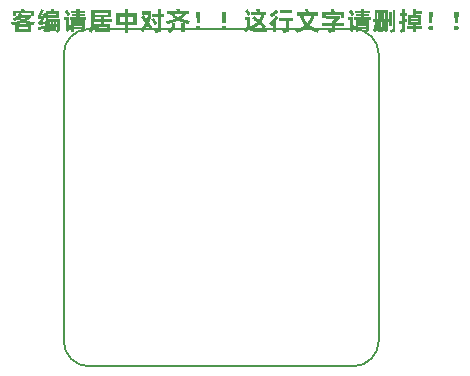
<source format=gm1>
G04*
G04 #@! TF.GenerationSoftware,Altium Limited,Altium Designer,22.5.1 (42)*
G04*
G04 Layer_Color=16711935*
%FSLAX25Y25*%
%MOIN*%
G70*
G04*
G04 #@! TF.SameCoordinates,AC3B2383-AE7F-4156-BF80-1B445AE1BA2C*
G04*
G04*
G04 #@! TF.FilePolarity,Positive*
G04*
G01*
G75*
%ADD20C,0.00500*%
G36*
X84479Y122688D02*
X80558D01*
Y123744D01*
X84479D01*
Y122688D01*
D02*
G37*
G36*
X5265Y123410D02*
X7032D01*
Y121099D01*
X3365D01*
Y121077D01*
Y121022D01*
Y120944D01*
X3354Y120855D01*
Y120833D01*
Y120788D01*
Y120711D01*
Y120622D01*
X7165D01*
Y117211D01*
Y117200D01*
Y117167D01*
Y117122D01*
Y117055D01*
X7143Y116911D01*
X7121Y116767D01*
Y116755D01*
X7109Y116733D01*
X7098Y116667D01*
X7065Y116578D01*
X7010Y116500D01*
X6998Y116489D01*
X6954Y116444D01*
X6898Y116400D01*
X6821Y116356D01*
X6798Y116344D01*
X6743Y116333D01*
X6665Y116311D01*
X6554Y116300D01*
X6210Y116255D01*
X5987Y117022D01*
Y116800D01*
X5210D01*
Y118089D01*
X4921D01*
Y116800D01*
X4154D01*
Y118089D01*
X3854D01*
Y116278D01*
X3043D01*
Y118100D01*
X3021Y118033D01*
X2999Y117944D01*
X2966Y117822D01*
X2921Y117678D01*
X2866Y117522D01*
X2754Y117189D01*
X2743Y117167D01*
X2732Y117122D01*
X2699Y117033D01*
X2654Y116933D01*
X2599Y116822D01*
X2543Y116689D01*
X2399Y116433D01*
X1610Y116955D01*
Y116967D01*
X1621Y116978D01*
X1654Y117033D01*
X1699Y117111D01*
X1754Y117189D01*
Y117200D01*
X1766Y117211D01*
X1799Y117266D01*
X1832Y117344D01*
X1877Y117433D01*
X1866D01*
X1843Y117422D01*
X1799Y117411D01*
X1743Y117400D01*
X1666Y117389D01*
X1577Y117367D01*
X1488Y117344D01*
X1377Y117322D01*
X1366D01*
X1321Y117311D01*
X1266Y117300D01*
X1188Y117289D01*
X1099Y117266D01*
X999Y117244D01*
X788Y117200D01*
X777D01*
X744Y117189D01*
X688Y117178D01*
X621Y117167D01*
X455Y117133D01*
X277Y117089D01*
X266D01*
X243Y117078D01*
X199Y117067D01*
X155Y117055D01*
X66Y117033D01*
X21D01*
X-12Y117022D01*
X-156Y118044D01*
X-145D01*
X-112Y118055D01*
X-45Y118067D01*
X-1D01*
X55Y118078D01*
X66D01*
X88Y118089D01*
X121D01*
X166Y118100D01*
X288Y118122D01*
X444Y118155D01*
X455D01*
X488Y118166D01*
X532Y118178D01*
X588Y118189D01*
X655Y118200D01*
X732Y118222D01*
X910Y118255D01*
X921D01*
X955Y118266D01*
X999Y118278D01*
X1066Y118289D01*
X1221Y118322D01*
X1388Y118355D01*
X1399D01*
X1432Y118366D01*
X1466Y118377D01*
X1521Y118389D01*
X1654Y118422D01*
X1788Y118444D01*
X1799D01*
X1821Y118455D01*
X1888Y118466D01*
X1966Y118489D01*
X1999Y118500D01*
X2021D01*
X2066Y117911D01*
Y117922D01*
X2077Y117944D01*
X2088Y117978D01*
X2110Y118033D01*
X2121Y118089D01*
X2143Y118166D01*
X2177Y118255D01*
X2199Y118355D01*
X2254Y118578D01*
X2310Y118844D01*
X2354Y119133D01*
X2399Y119444D01*
Y119455D01*
Y119489D01*
X2410Y119533D01*
Y119600D01*
X2421Y119677D01*
X2432Y119777D01*
Y119900D01*
X2443Y120033D01*
X2454Y120177D01*
X2465Y120333D01*
Y120500D01*
X2477Y120677D01*
X2488Y121077D01*
Y121511D01*
Y121911D01*
X2465Y121877D01*
X2443Y121822D01*
X2410Y121744D01*
X2365Y121655D01*
X2321Y121555D01*
X2210Y121333D01*
X2199Y121322D01*
X2188Y121277D01*
X2154Y121222D01*
X2121Y121144D01*
X2066Y121055D01*
X2021Y120955D01*
X1899Y120733D01*
X1888Y120722D01*
X1877Y120677D01*
X1843Y120622D01*
X1799Y120555D01*
X1754Y120466D01*
X1699Y120377D01*
X1588Y120177D01*
X1577Y120166D01*
X1566Y120133D01*
X1532Y120089D01*
X1499Y120033D01*
X1399Y119888D01*
X1299Y119744D01*
X1310D01*
X1332Y119755D01*
X1377Y119766D01*
X1432Y119777D01*
X1499Y119789D01*
X1577Y119811D01*
X1743Y119844D01*
X1754D01*
X1788Y119855D01*
X1832Y119866D01*
X1899Y119888D01*
X2043Y119922D01*
X2188Y119955D01*
X2199Y118955D01*
X699Y118700D01*
X677D01*
X632Y118689D01*
X555Y118666D01*
X477Y118644D01*
X455D01*
X410Y118633D01*
X344Y118622D01*
X266Y118600D01*
X32Y119655D01*
X43D01*
X55Y119666D01*
X121Y119688D01*
X199Y119733D01*
X266Y119777D01*
X277Y119789D01*
X310Y119822D01*
X355Y119866D01*
X388Y119922D01*
X399Y119933D01*
X421Y119989D01*
X444Y120022D01*
X477Y120077D01*
X510Y120144D01*
X555Y120222D01*
X566Y120233D01*
X577Y120266D01*
X610Y120322D01*
X655Y120388D01*
X699Y120466D01*
X755Y120566D01*
X810Y120677D01*
X877Y120800D01*
X855D01*
X799Y120788D01*
X710D01*
X621Y120777D01*
X599D01*
X544Y120766D01*
X477D01*
X399Y120755D01*
X377D01*
X321Y120744D01*
X255Y120733D01*
X177Y120722D01*
X166D01*
X121Y120711D01*
X55Y120700D01*
X-12Y120688D01*
X-223Y121688D01*
X-212Y121699D01*
X-179Y121722D01*
X-134Y121766D01*
X-90Y121810D01*
X-79Y121822D01*
X-45Y121866D01*
X-1Y121911D01*
X43Y121977D01*
X55Y121999D01*
X88Y122055D01*
X143Y122155D01*
X177Y122222D01*
X221Y122299D01*
X232Y122310D01*
X243Y122344D01*
X266Y122388D01*
X299Y122444D01*
X332Y122522D01*
X377Y122610D01*
X477Y122810D01*
X488Y122821D01*
X499Y122866D01*
X521Y122922D01*
X566Y122999D01*
X599Y123088D01*
X643Y123188D01*
X744Y123410D01*
X755Y123422D01*
X766Y123466D01*
X788Y123521D01*
X821Y123599D01*
X855Y123699D01*
X899Y123799D01*
X977Y124010D01*
X1877Y123677D01*
Y123666D01*
X1854Y123633D01*
X1832Y123566D01*
X1799Y123488D01*
X1766Y123399D01*
X1721Y123288D01*
X1610Y123055D01*
X1599Y123044D01*
X1588Y122999D01*
X1555Y122933D01*
X1510Y122855D01*
X1466Y122766D01*
X1410Y122666D01*
X1299Y122444D01*
X1288Y122433D01*
X1277Y122399D01*
X1243Y122344D01*
X1210Y122277D01*
X1121Y122122D01*
X1021Y121955D01*
Y121944D01*
X999Y121922D01*
X943Y121844D01*
X888Y121766D01*
X855Y121722D01*
X832Y121699D01*
X855D01*
X910Y121711D01*
X1110D01*
X1177Y121722D01*
X1266Y121733D01*
X1377Y121744D01*
X1388Y121755D01*
X1399Y121788D01*
X1421Y121833D01*
X1455Y121899D01*
X1543Y122044D01*
X1632Y122222D01*
X1643Y122233D01*
X1654Y122266D01*
X1677Y122310D01*
X1710Y122377D01*
X1788Y122522D01*
X1866Y122688D01*
X2488Y122333D01*
Y123410D01*
X4288D01*
X4154Y124088D01*
X5143Y124144D01*
X5265Y123410D01*
D02*
G37*
G36*
X104366Y123955D02*
X104389Y123944D01*
X104444Y123877D01*
X104522Y123766D01*
X104622Y123633D01*
X104633Y123621D01*
X104644Y123599D01*
X104677Y123566D01*
X104711Y123510D01*
X104800Y123388D01*
X104911Y123233D01*
X104922Y123222D01*
X104933Y123199D01*
X104966Y123155D01*
X105000Y123099D01*
X105089Y122966D01*
X105189Y122799D01*
X105200Y122788D01*
X105211Y122766D01*
X105233Y122722D01*
X105266Y122677D01*
X105344Y122555D01*
X105422Y122422D01*
X104544Y121822D01*
Y121833D01*
X104533Y121855D01*
X104511Y121877D01*
X104489Y121922D01*
X104411Y122044D01*
X104322Y122188D01*
Y122199D01*
X104300Y122222D01*
X104278Y122266D01*
X104244Y122322D01*
X104155Y122455D01*
X104055Y122610D01*
X104044Y122622D01*
X104033Y122644D01*
X104000Y122688D01*
X103966Y122744D01*
X103878Y122888D01*
X103767Y123033D01*
X103755Y123044D01*
X103744Y123066D01*
X103722Y123099D01*
X103689Y123155D01*
X103611Y123266D01*
X103533Y123377D01*
X104366Y123966D01*
Y123955D01*
D02*
G37*
G36*
X9654D02*
X9676Y123944D01*
X9731Y123877D01*
X9809Y123766D01*
X9909Y123633D01*
X9920Y123621D01*
X9931Y123599D01*
X9965Y123566D01*
X9998Y123510D01*
X10087Y123388D01*
X10198Y123233D01*
X10209Y123222D01*
X10220Y123199D01*
X10254Y123155D01*
X10287Y123099D01*
X10376Y122966D01*
X10476Y122799D01*
X10487Y122788D01*
X10498Y122766D01*
X10520Y122722D01*
X10554Y122677D01*
X10631Y122555D01*
X10709Y122422D01*
X9831Y121822D01*
Y121833D01*
X9820Y121855D01*
X9798Y121877D01*
X9776Y121922D01*
X9698Y122044D01*
X9609Y122188D01*
Y122199D01*
X9587Y122222D01*
X9565Y122266D01*
X9532Y122322D01*
X9443Y122455D01*
X9343Y122610D01*
X9331Y122622D01*
X9320Y122644D01*
X9287Y122688D01*
X9254Y122744D01*
X9165Y122888D01*
X9054Y123033D01*
X9043Y123044D01*
X9031Y123066D01*
X9009Y123099D01*
X8976Y123155D01*
X8898Y123266D01*
X8820Y123377D01*
X9654Y123966D01*
Y123955D01*
D02*
G37*
G36*
X69759Y123977D02*
X69781Y123966D01*
X69826Y123899D01*
X69903Y123799D01*
X70003Y123666D01*
X70014Y123655D01*
X70025Y123633D01*
X70059Y123599D01*
X70092Y123544D01*
X70192Y123410D01*
X70303Y123255D01*
X70314Y123244D01*
X70325Y123222D01*
X70359Y123177D01*
X70403Y123122D01*
X70492Y122977D01*
X70603Y122810D01*
X70614Y122799D01*
X70625Y122777D01*
X70659Y122733D01*
X70692Y122677D01*
X70770Y122544D01*
X70859Y122399D01*
X70003Y121699D01*
Y121711D01*
X69981Y121733D01*
X69959Y121766D01*
X69937Y121810D01*
X69859Y121944D01*
X69759Y122099D01*
X69748Y122110D01*
X69737Y122144D01*
X69703Y122188D01*
X69670Y122255D01*
X69570Y122399D01*
X69459Y122577D01*
X69448Y122588D01*
X69437Y122622D01*
X69403Y122666D01*
X69359Y122722D01*
X69270Y122866D01*
X69159Y123021D01*
X69148Y123033D01*
X69137Y123055D01*
X69103Y123099D01*
X69070Y123155D01*
X68992Y123266D01*
X68914Y123388D01*
X69759Y123988D01*
Y123977D01*
D02*
G37*
G36*
X80091Y123433D02*
X80080Y123422D01*
X80058Y123388D01*
X80013Y123333D01*
X79958Y123255D01*
X79891Y123166D01*
X79802Y123077D01*
X79613Y122855D01*
X79602Y122844D01*
X79569Y122810D01*
X79513Y122744D01*
X79447Y122677D01*
X79358Y122588D01*
X79258Y122488D01*
X79047Y122266D01*
X79036Y122255D01*
X78991Y122211D01*
X78936Y122155D01*
X78858Y122077D01*
X78769Y121988D01*
X78658Y121899D01*
X78436Y121688D01*
X78425Y121677D01*
X78380Y121644D01*
X78325Y121588D01*
X78247Y121522D01*
X78158Y121444D01*
X78069Y121366D01*
X77858Y121200D01*
X77191Y122144D01*
X77202Y122155D01*
X77236Y122177D01*
X77280Y122211D01*
X77347Y122255D01*
X77425Y122322D01*
X77514Y122388D01*
X77714Y122555D01*
X77725Y122566D01*
X77758Y122599D01*
X77825Y122644D01*
X77891Y122710D01*
X77980Y122788D01*
X78080Y122877D01*
X78280Y123066D01*
X78291Y123077D01*
X78325Y123110D01*
X78380Y123166D01*
X78458Y123244D01*
X78536Y123321D01*
X78636Y123422D01*
X78825Y123621D01*
X78836Y123633D01*
X78869Y123666D01*
X78925Y123722D01*
X78980Y123799D01*
X79058Y123877D01*
X79124Y123966D01*
X79280Y124155D01*
X80091Y123433D01*
D02*
G37*
G36*
X98956Y123244D02*
X101911D01*
Y121177D01*
X100800D01*
Y122188D01*
X95867D01*
Y121188D01*
X94767D01*
Y123244D01*
X97756D01*
X97556Y124055D01*
X98756Y124110D01*
X98956Y123244D01*
D02*
G37*
G36*
X116510Y120877D02*
X116821D01*
Y119900D01*
X116510D01*
Y117289D01*
Y117278D01*
Y117244D01*
Y117200D01*
Y117133D01*
X116499Y116989D01*
X116476Y116856D01*
Y116844D01*
X116465Y116833D01*
X116454Y116767D01*
X116410Y116678D01*
X116354Y116600D01*
X116343Y116589D01*
X116299Y116544D01*
X116232Y116500D01*
X116143Y116467D01*
X116132D01*
X116121Y116455D01*
X116087D01*
X116054Y116444D01*
X115943Y116411D01*
X115799Y116389D01*
X115476Y116344D01*
X115199Y117266D01*
X115488Y117311D01*
X115510D01*
X115554Y117333D01*
X115599Y117355D01*
X115643Y117400D01*
X115654Y117411D01*
X115665Y117433D01*
X115676Y117466D01*
Y117511D01*
X115688Y117567D01*
X115699Y117633D01*
Y117722D01*
Y119900D01*
X115354D01*
Y119888D01*
Y119866D01*
Y119833D01*
Y119777D01*
Y119722D01*
Y119655D01*
X115343Y119489D01*
Y119300D01*
X115332Y119089D01*
X115321Y118889D01*
X115310Y118689D01*
Y118666D01*
Y118600D01*
X115299Y118511D01*
X115288Y118377D01*
X115277Y118244D01*
X115265Y118089D01*
X115221Y117766D01*
Y117744D01*
X115210Y117700D01*
X115199Y117622D01*
X115176Y117522D01*
X115143Y117400D01*
X115121Y117278D01*
X115043Y117011D01*
Y117000D01*
X115021Y116955D01*
X114999Y116878D01*
X114965Y116789D01*
X114932Y116678D01*
X114876Y116556D01*
X114765Y116278D01*
X114021Y116622D01*
X114010Y116611D01*
X113965Y116578D01*
X113899Y116544D01*
X113821Y116522D01*
X113799D01*
X113743Y116500D01*
X113665Y116489D01*
X113566Y116467D01*
X113121Y116422D01*
X112866Y117355D01*
X113199Y117389D01*
X113221D01*
X113254Y117400D01*
X113299Y117422D01*
X113343Y117466D01*
X113354Y117478D01*
X113365Y117533D01*
X113377Y117567D01*
Y117622D01*
X113388Y117689D01*
Y117766D01*
Y119900D01*
X113077D01*
Y119888D01*
Y119866D01*
Y119833D01*
Y119777D01*
Y119722D01*
Y119644D01*
X113066Y119477D01*
X113055Y119289D01*
Y119078D01*
X113032Y118877D01*
X113021Y118677D01*
Y118655D01*
X113010Y118589D01*
X112999Y118500D01*
X112988Y118377D01*
X112966Y118244D01*
X112943Y118089D01*
X112888Y117789D01*
Y117766D01*
X112877Y117722D01*
X112855Y117644D01*
X112821Y117555D01*
X112788Y117444D01*
X112754Y117322D01*
X112654Y117078D01*
X112643Y117067D01*
X112632Y117022D01*
X112599Y116955D01*
X112566Y116867D01*
X112521Y116755D01*
X112466Y116633D01*
X112399Y116500D01*
X112332Y116356D01*
X111443Y116689D01*
X111455Y116700D01*
X111477Y116744D01*
X111510Y116811D01*
X111555Y116900D01*
X111599Y117000D01*
X111655Y117111D01*
X111755Y117333D01*
X111766Y117344D01*
X111777Y117389D01*
X111810Y117444D01*
X111832Y117522D01*
X111877Y117622D01*
X111910Y117733D01*
X111977Y117978D01*
Y117989D01*
X111988Y118044D01*
X112010Y118111D01*
X112032Y118211D01*
X112055Y118322D01*
X112077Y118455D01*
X112099Y118611D01*
X112121Y118778D01*
Y118800D01*
X112132Y118855D01*
X112143Y118955D01*
X112154Y119089D01*
X112166Y119255D01*
X112177Y119444D01*
X112188Y119655D01*
X112199Y119900D01*
X111766D01*
Y120877D01*
X112199D01*
Y123777D01*
X114221D01*
Y120877D01*
X114499D01*
Y123777D01*
X116510D01*
Y120877D01*
D02*
G37*
G36*
X37695Y122244D02*
Y122233D01*
Y122211D01*
X37684Y122177D01*
X37673Y122122D01*
X37662Y122066D01*
X37651Y121988D01*
X37606Y121822D01*
X37562Y121622D01*
X37518Y121399D01*
X37451Y121166D01*
X37384Y120922D01*
Y120911D01*
X37373Y120899D01*
X37362Y120866D01*
X37351Y120811D01*
X37318Y120688D01*
X37262Y120533D01*
X37195Y120344D01*
X37118Y120144D01*
X37029Y119922D01*
X36929Y119688D01*
X36940Y119666D01*
X36984Y119611D01*
X37062Y119511D01*
X37151Y119389D01*
X37251Y119255D01*
X37362Y119089D01*
X37595Y118755D01*
X37606Y118733D01*
X37651Y118677D01*
X37706Y118589D01*
X37784Y118477D01*
X37873Y118344D01*
X37962Y118200D01*
X38151Y117900D01*
X37295Y117133D01*
X37284Y117144D01*
X37262Y117189D01*
X37218Y117255D01*
X37162Y117344D01*
X37106Y117455D01*
X37029Y117567D01*
X36862Y117833D01*
X36851Y117855D01*
X36818Y117900D01*
X36773Y117978D01*
X36718Y118067D01*
X36640Y118189D01*
X36562Y118311D01*
X36373Y118600D01*
X36362Y118589D01*
X36351Y118555D01*
X36307Y118500D01*
X36262Y118422D01*
X36207Y118322D01*
X36129Y118211D01*
X36051Y118089D01*
X35951Y117944D01*
X35851Y117789D01*
X35729Y117633D01*
X35462Y117266D01*
X35151Y116878D01*
X34807Y116478D01*
X33985Y117211D01*
X33996Y117222D01*
X34007Y117244D01*
X34040Y117278D01*
X34073Y117322D01*
X34185Y117444D01*
X34318Y117600D01*
X34462Y117778D01*
X34629Y117989D01*
X34796Y118200D01*
X34962Y118422D01*
Y118433D01*
X34984Y118444D01*
X35007Y118477D01*
X35040Y118522D01*
X35118Y118644D01*
X35218Y118789D01*
X35340Y118966D01*
X35462Y119166D01*
X35584Y119377D01*
X35707Y119600D01*
Y119611D01*
X35695Y119622D01*
X35651Y119688D01*
X35573Y119777D01*
X35484Y119911D01*
X35384Y120055D01*
X35262Y120211D01*
X35007Y120555D01*
X34996Y120577D01*
X34951Y120633D01*
X34885Y120722D01*
X34807Y120833D01*
X34707Y120955D01*
X34607Y121099D01*
X34385Y121377D01*
X35196Y121955D01*
X35207Y121944D01*
X35240Y121911D01*
X35285Y121855D01*
X35340Y121788D01*
X35407Y121699D01*
X35495Y121599D01*
X35673Y121377D01*
X35684Y121366D01*
X35718Y121322D01*
X35773Y121255D01*
X35840Y121166D01*
X35918Y121066D01*
X36007Y120955D01*
X36195Y120688D01*
Y120700D01*
X36207Y120722D01*
X36229Y120766D01*
X36240Y120822D01*
X36262Y120888D01*
X36296Y120977D01*
X36329Y121066D01*
X36362Y121177D01*
X36429Y121411D01*
X36495Y121677D01*
X36562Y121955D01*
X36618Y122255D01*
X34484D01*
Y123344D01*
X37695D01*
Y122244D01*
D02*
G37*
G36*
X108488Y123966D02*
Y123410D01*
X110444D01*
Y122633D01*
X108488D01*
Y122366D01*
X110232D01*
Y121622D01*
X108488D01*
Y121344D01*
X110777D01*
Y120577D01*
X105322D01*
Y121344D01*
X107477D01*
Y121622D01*
X105844D01*
Y122366D01*
X107477D01*
Y122633D01*
X105600D01*
Y123410D01*
X107477D01*
Y124010D01*
X108488Y123966D01*
D02*
G37*
G36*
X13776D02*
Y123410D01*
X15731D01*
Y122633D01*
X13776D01*
Y122366D01*
X15520D01*
Y121622D01*
X13776D01*
Y121344D01*
X16064D01*
Y120577D01*
X10609D01*
Y121344D01*
X12765D01*
Y121622D01*
X11131D01*
Y122366D01*
X12765D01*
Y122633D01*
X10887D01*
Y123410D01*
X12765D01*
Y124010D01*
X13776Y123966D01*
D02*
G37*
G36*
X73992Y122988D02*
X76069D01*
Y121955D01*
X75303D01*
Y121944D01*
X75292Y121922D01*
X75280Y121888D01*
X75269Y121844D01*
X75236Y121733D01*
X75181Y121577D01*
X75125Y121399D01*
X75047Y121200D01*
X74880Y120800D01*
Y120788D01*
X74869Y120777D01*
X74836Y120711D01*
X74792Y120611D01*
X74725Y120477D01*
X74647Y120333D01*
X74558Y120166D01*
X74336Y119822D01*
X74358Y119811D01*
X74414Y119755D01*
X74492Y119688D01*
X74603Y119588D01*
X74725Y119477D01*
X74869Y119355D01*
X75158Y119089D01*
X75181Y119078D01*
X75225Y119033D01*
X75292Y118966D01*
X75392Y118877D01*
X75491Y118789D01*
X75614Y118677D01*
X75836Y118466D01*
X75147Y117555D01*
X75136Y117567D01*
X75092Y117611D01*
X75036Y117678D01*
X74947Y117766D01*
X74847Y117867D01*
X74725Y117978D01*
X74603Y118111D01*
X74458Y118244D01*
X74436Y118266D01*
X74392Y118311D01*
X74314Y118389D01*
X74214Y118489D01*
X74103Y118600D01*
X73958Y118733D01*
X73814Y118877D01*
X73658Y119022D01*
X73636Y119000D01*
X73592Y118955D01*
X73514Y118877D01*
X73403Y118778D01*
X73270Y118666D01*
X73125Y118533D01*
X72958Y118400D01*
X72781Y118266D01*
X72759Y118255D01*
X72692Y118211D01*
X72603Y118144D01*
X72470Y118055D01*
X72303Y117955D01*
X72125Y117844D01*
X71914Y117722D01*
X71692Y117600D01*
X71703D01*
X71747Y117578D01*
X71825Y117567D01*
X71914Y117544D01*
X72025Y117511D01*
X72147Y117489D01*
X72292Y117466D01*
X72436Y117455D01*
X72514D01*
X72592Y117444D01*
X72714D01*
X72859Y117433D01*
X73014D01*
X73203Y117422D01*
X73681D01*
X73781Y117411D01*
X74658D01*
X74947Y117422D01*
X75025D01*
X75081Y117433D01*
X75236D01*
X75436Y117444D01*
X75658Y117455D01*
X75914Y117466D01*
X76436Y117500D01*
X76203Y116455D01*
X76091D01*
X76014Y116444D01*
X75814D01*
X75680Y116433D01*
X75314D01*
X75203Y116422D01*
X74581D01*
X74469Y116411D01*
X73347D01*
X73192Y116422D01*
X73025D01*
X72836Y116433D01*
X72647D01*
X72470Y116444D01*
X72392D01*
X72303Y116455D01*
X72192Y116467D01*
X72059Y116478D01*
X71903Y116500D01*
X71603Y116556D01*
X71581D01*
X71536Y116578D01*
X71459Y116600D01*
X71370Y116622D01*
X71248Y116667D01*
X71125Y116711D01*
X70859Y116844D01*
X70848Y116856D01*
X70792Y116878D01*
X70725Y116922D01*
X70636Y116978D01*
X70525Y117055D01*
X70392Y117144D01*
X70259Y117255D01*
X70114Y117378D01*
X70103Y117367D01*
X70081Y117333D01*
X70048Y117289D01*
X69992Y117233D01*
X69870Y117078D01*
X69714Y116911D01*
X69703Y116900D01*
X69681Y116867D01*
X69637Y116822D01*
X69581Y116755D01*
X69503Y116667D01*
X69414Y116578D01*
X69314Y116478D01*
X69203Y116367D01*
X68492Y117200D01*
X68503Y117211D01*
X68548Y117255D01*
X68615Y117311D01*
X68692Y117389D01*
X68781Y117489D01*
X68892Y117589D01*
X69114Y117800D01*
X69125Y117811D01*
X69170Y117844D01*
X69226Y117900D01*
X69292Y117978D01*
X69381Y118055D01*
X69470Y118144D01*
X69637Y118333D01*
Y120311D01*
X68859D01*
Y121377D01*
X70670D01*
Y118122D01*
X70692Y118111D01*
X70736Y118078D01*
X70814Y118022D01*
X70914Y117955D01*
X71025Y117878D01*
X71159Y117811D01*
X71292Y117733D01*
X71436Y117678D01*
X70948Y118477D01*
X70959D01*
X70970Y118489D01*
X71003Y118511D01*
X71048Y118533D01*
X71170Y118589D01*
X71314Y118666D01*
X71481Y118766D01*
X71659Y118866D01*
X71847Y118977D01*
X72025Y119089D01*
X72036D01*
X72048Y119100D01*
X72103Y119144D01*
X72192Y119211D01*
X72314Y119289D01*
X72436Y119389D01*
X72581Y119500D01*
X72870Y119744D01*
X72847Y119766D01*
X72803Y119811D01*
X72714Y119877D01*
X72614Y119977D01*
X72492Y120077D01*
X72359Y120200D01*
X72070Y120444D01*
X72059Y120455D01*
X72003Y120500D01*
X71936Y120566D01*
X71847Y120644D01*
X71747Y120733D01*
X71636Y120822D01*
X71414Y121011D01*
X72048Y121744D01*
X72059Y121733D01*
X72092Y121699D01*
X72159Y121655D01*
X72236Y121588D01*
X72336Y121511D01*
X72447Y121411D01*
X72570Y121311D01*
X72714Y121188D01*
X72736Y121177D01*
X72781Y121133D01*
X72859Y121066D01*
X72970Y120977D01*
X73092Y120877D01*
X73225Y120766D01*
X73536Y120500D01*
X73547Y120511D01*
X73581Y120555D01*
X73625Y120622D01*
X73681Y120711D01*
X73747Y120811D01*
X73814Y120933D01*
X73947Y121188D01*
X73958Y121200D01*
X73981Y121255D01*
X74014Y121322D01*
X74047Y121422D01*
X74103Y121533D01*
X74147Y121666D01*
X74203Y121799D01*
X74247Y121955D01*
X71092D01*
Y122988D01*
X72958D01*
X72736Y123999D01*
X73781Y124055D01*
X73992Y122988D01*
D02*
G37*
G36*
X139952Y119311D02*
X138885D01*
X138719Y123177D01*
X140118D01*
X139952Y119311D01*
D02*
G37*
G36*
X131342D02*
X130275D01*
X130108Y123177D01*
X131508D01*
X131342Y119311D01*
D02*
G37*
G36*
X62459D02*
X61393D01*
X61226Y123177D01*
X62626D01*
X62459Y119311D01*
D02*
G37*
G36*
X53849D02*
X52783D01*
X52616Y123177D01*
X54016D01*
X53849Y119311D01*
D02*
G37*
G36*
X47294Y123355D02*
X50250D01*
Y122399D01*
X49227D01*
X49216Y122388D01*
X49194Y122366D01*
X49161Y122322D01*
X49116Y122255D01*
X49061Y122177D01*
X48983Y122099D01*
X48894Y121999D01*
X48805Y121888D01*
X48583Y121655D01*
X48328Y121411D01*
X48028Y121144D01*
X47705Y120899D01*
X47717D01*
X47739Y120888D01*
X47772Y120877D01*
X47817Y120855D01*
X47872Y120844D01*
X47939Y120811D01*
X48105Y120755D01*
X48294Y120700D01*
X48528Y120622D01*
X48772Y120555D01*
X49039Y120477D01*
X49050D01*
X49072Y120466D01*
X49116Y120455D01*
X49161Y120444D01*
X49227Y120433D01*
X49316Y120411D01*
X49405Y120400D01*
X49505Y120377D01*
X49750Y120322D01*
X50016Y120266D01*
X50305Y120222D01*
X50627Y120166D01*
X50305Y119100D01*
X50294D01*
X50250Y119111D01*
X50194Y119122D01*
X50105Y119144D01*
X50005Y119155D01*
X49894Y119189D01*
X49761Y119211D01*
X49605Y119244D01*
X49283Y119322D01*
X48939Y119400D01*
X48583Y119500D01*
X48239Y119600D01*
X48228D01*
X48194Y119611D01*
X48150Y119633D01*
X48083Y119655D01*
X48005Y119677D01*
X47916Y119711D01*
X47817Y119744D01*
X47694Y119789D01*
X47450Y119888D01*
X47172Y120000D01*
X46883Y120122D01*
X46606Y120255D01*
X46594D01*
X46572Y120233D01*
X46517Y120211D01*
X46461Y120188D01*
X46383Y120144D01*
X46283Y120100D01*
X46172Y120055D01*
X46050Y120000D01*
X45917Y119944D01*
X45772Y119877D01*
X45450Y119755D01*
X45083Y119622D01*
X44695Y119489D01*
X45683Y119433D01*
Y119422D01*
Y119400D01*
Y119355D01*
Y119289D01*
Y119277D01*
Y119233D01*
Y119177D01*
X45672Y119111D01*
Y119100D01*
Y119089D01*
Y119022D01*
X45661Y118922D01*
Y118789D01*
X45639Y118633D01*
X45628Y118477D01*
X45606Y118311D01*
X45572Y118144D01*
Y118122D01*
X45561Y118078D01*
X45539Y117989D01*
X45506Y117889D01*
X45472Y117766D01*
X45417Y117633D01*
X45361Y117500D01*
X45283Y117367D01*
X45272Y117355D01*
X45250Y117311D01*
X45206Y117233D01*
X45139Y117144D01*
X45061Y117044D01*
X44961Y116922D01*
X44850Y116800D01*
X44728Y116678D01*
X44717Y116667D01*
X44661Y116622D01*
X44595Y116556D01*
X44495Y116467D01*
X44361Y116367D01*
X44217Y116255D01*
X44039Y116133D01*
X43850Y116000D01*
X43084Y116900D01*
X43095D01*
X43106Y116911D01*
X43161Y116944D01*
X43261Y116989D01*
X43372Y117055D01*
X43495Y117133D01*
X43628Y117222D01*
X43761Y117311D01*
X43872Y117400D01*
X43884Y117411D01*
X43917Y117444D01*
X43973Y117489D01*
X44039Y117555D01*
X44117Y117622D01*
X44184Y117711D01*
X44261Y117800D01*
X44317Y117889D01*
X44328Y117900D01*
X44339Y117933D01*
X44361Y117989D01*
X44395Y118055D01*
X44428Y118133D01*
X44450Y118222D01*
X44495Y118422D01*
Y118433D01*
X44506Y118477D01*
Y118533D01*
X44517Y118611D01*
X44528Y118711D01*
X44539Y118822D01*
X44550Y118944D01*
Y119078D01*
Y119089D01*
X44561Y119111D01*
Y119166D01*
Y119244D01*
Y119255D01*
Y119266D01*
Y119322D01*
Y119389D01*
Y119455D01*
X44550D01*
X44495Y119433D01*
X44417Y119411D01*
X44328Y119377D01*
X44206Y119344D01*
X44072Y119311D01*
X43784Y119233D01*
X43761D01*
X43717Y119211D01*
X43639Y119200D01*
X43539Y119166D01*
X43406Y119144D01*
X43273Y119111D01*
X43117Y119066D01*
X42950Y119033D01*
X42650Y120100D01*
X42673D01*
X42728Y120111D01*
X42817Y120133D01*
X42939Y120155D01*
X43084Y120188D01*
X43261Y120222D01*
X43450Y120266D01*
X43661Y120322D01*
X43884Y120366D01*
X44117Y120433D01*
X44606Y120566D01*
X45106Y120722D01*
X45339Y120811D01*
X45572Y120899D01*
X45550Y120911D01*
X45506Y120955D01*
X45417Y121022D01*
X45317Y121099D01*
X45195Y121200D01*
X45061Y121322D01*
X44928Y121444D01*
X44783Y121577D01*
X44772Y121599D01*
X44717Y121644D01*
X44650Y121722D01*
X44561Y121822D01*
X44450Y121944D01*
X44328Y122088D01*
X44206Y122233D01*
X44072Y122399D01*
X43028D01*
Y123355D01*
X46139D01*
X45950Y124121D01*
X47128Y124166D01*
X47294Y123355D01*
D02*
G37*
G36*
X-4456Y123555D02*
X-1434D01*
Y121810D01*
X-2401D01*
Y121177D01*
X-2412Y121166D01*
X-2434Y121144D01*
X-2478Y121099D01*
X-2545Y121044D01*
X-2634Y120977D01*
X-2723Y120911D01*
X-2845Y120822D01*
X-2978Y120733D01*
X-2990Y120722D01*
X-3045Y120688D01*
X-3123Y120644D01*
X-3223Y120577D01*
X-3345Y120500D01*
X-3489Y120411D01*
X-3656Y120311D01*
X-3834Y120211D01*
X-3823D01*
X-3812Y120200D01*
X-3778Y120188D01*
X-3734Y120177D01*
X-3612Y120144D01*
X-3445Y120100D01*
X-3256Y120055D01*
X-3045Y120000D01*
X-2801Y119944D01*
X-2556Y119900D01*
X-2523D01*
X-2489Y119888D01*
X-2434Y119877D01*
X-2367D01*
X-2301Y119866D01*
X-2112Y119833D01*
X-1890Y119811D01*
X-1645Y119777D01*
X-1367Y119744D01*
X-1079Y119722D01*
X-1323Y118711D01*
X-1334D01*
X-1367Y118722D01*
X-1412D01*
X-1479Y118733D01*
X-1556Y118744D01*
X-1645Y118755D01*
X-1823Y118789D01*
X-1834D01*
X-1867Y118800D01*
X-1912D01*
X-1979Y118811D01*
X-2045Y118822D01*
X-2134Y118844D01*
X-2312Y118866D01*
Y116433D01*
X-7622D01*
Y118822D01*
X-7633D01*
X-7667Y118811D01*
X-7722Y118800D01*
X-7789Y118789D01*
X-7867Y118766D01*
X-7956Y118744D01*
X-8156Y118711D01*
X-8167D01*
X-8200Y118700D01*
X-8256D01*
X-8322Y118689D01*
X-8400Y118666D01*
X-8500Y118655D01*
X-8700Y118622D01*
X-9000Y119611D01*
X-8967D01*
X-8922Y119622D01*
X-8856Y119633D01*
X-8789D01*
X-8700Y119644D01*
X-8600Y119655D01*
X-8500Y119677D01*
X-8267Y119711D01*
X-8000Y119755D01*
X-7734Y119800D01*
X-7456Y119855D01*
X-7445D01*
X-7422Y119866D01*
X-7389Y119877D01*
X-7333Y119888D01*
X-7267Y119900D01*
X-7189Y119922D01*
X-7011Y119966D01*
X-6811Y120022D01*
X-6578Y120077D01*
X-6100Y120222D01*
X-6123Y120233D01*
X-6167Y120266D01*
X-6256Y120322D01*
X-6356Y120388D01*
X-6478Y120466D01*
X-6611Y120555D01*
X-6889Y120755D01*
X-6911Y120733D01*
X-6978Y120688D01*
X-7078Y120611D01*
X-7200Y120522D01*
X-7345Y120411D01*
X-7511Y120300D01*
X-7878Y120055D01*
X-8478Y120844D01*
X-8467Y120855D01*
X-8433Y120866D01*
X-8378Y120899D01*
X-8311Y120944D01*
X-8233Y121000D01*
X-8145Y121055D01*
X-7933Y121188D01*
X-7922Y121200D01*
X-7889Y121222D01*
X-7822Y121266D01*
X-7756Y121322D01*
X-7667Y121377D01*
X-7567Y121455D01*
X-7367Y121622D01*
X-7356Y121633D01*
X-7322Y121666D01*
X-7267Y121711D01*
X-7189Y121766D01*
X-7111Y121844D01*
X-7011Y121922D01*
X-6822Y122110D01*
X-6811Y122122D01*
X-6778Y122155D01*
X-6723Y122211D01*
X-6667Y122277D01*
X-6589Y122355D01*
X-6511Y122444D01*
X-6356Y122644D01*
X-7389D01*
Y121810D01*
X-8489D01*
Y123555D01*
X-5634D01*
X-5745Y124155D01*
X-4578Y124210D01*
X-4456Y123555D01*
D02*
G37*
G36*
X38462Y121122D02*
X38473Y121099D01*
X38506Y121066D01*
X38540Y121022D01*
X38584Y120955D01*
X38640Y120888D01*
X38773Y120722D01*
X38784Y120711D01*
X38806Y120677D01*
X38840Y120633D01*
X38895Y120577D01*
X38951Y120500D01*
X39017Y120411D01*
X39151Y120222D01*
X39162Y120211D01*
X39184Y120177D01*
X39217Y120122D01*
X39262Y120055D01*
X39317Y119977D01*
X39384Y119888D01*
X39506Y119700D01*
X39517Y119688D01*
X39540Y119655D01*
X39562Y119611D01*
X39606Y119555D01*
X39684Y119411D01*
X39762Y119266D01*
X38928Y118622D01*
Y118633D01*
X38906Y118655D01*
X38884Y118700D01*
X38851Y118744D01*
X38817Y118811D01*
X38773Y118889D01*
X38662Y119066D01*
X38651Y119078D01*
X38640Y119111D01*
X38606Y119166D01*
X38573Y119233D01*
X38517Y119322D01*
X38462Y119411D01*
X38340Y119611D01*
X38329Y119622D01*
X38306Y119655D01*
X38273Y119711D01*
X38240Y119789D01*
X38184Y119866D01*
X38129Y119966D01*
X37995Y120155D01*
X37984Y120166D01*
X37962Y120200D01*
X37929Y120255D01*
X37884Y120311D01*
X37784Y120455D01*
X37662Y120611D01*
X38451Y121133D01*
X38462Y121122D01*
D02*
G37*
G36*
X117821Y123110D02*
Y118266D01*
X116999D01*
Y123155D01*
X117821Y123110D01*
D02*
G37*
G36*
X139663Y118500D02*
X139785Y118477D01*
X139807D01*
X139863Y118455D01*
X139941Y118422D01*
X140007Y118377D01*
X140018Y118366D01*
X140052Y118322D01*
X140085Y118255D01*
X140118Y118155D01*
Y118144D01*
X140129Y118133D01*
Y118100D01*
X140141Y118055D01*
X140152Y117944D01*
Y117789D01*
Y117778D01*
Y117755D01*
Y117711D01*
Y117655D01*
X140141Y117533D01*
X140118Y117411D01*
Y117400D01*
X140107Y117389D01*
X140096Y117333D01*
X140063Y117255D01*
X140007Y117189D01*
X139996Y117178D01*
X139952Y117144D01*
X139885Y117111D01*
X139785Y117089D01*
X139763D01*
X139730Y117078D01*
X139685D01*
X139574Y117067D01*
X139274D01*
X139152Y117078D01*
X139030Y117089D01*
X139007D01*
X138952Y117111D01*
X138874Y117144D01*
X138796Y117189D01*
X138785Y117200D01*
X138752Y117244D01*
X138719Y117311D01*
X138696Y117411D01*
Y117422D01*
Y117433D01*
X138685Y117466D01*
Y117511D01*
X138674Y117633D01*
Y117789D01*
Y117800D01*
Y117822D01*
Y117867D01*
Y117922D01*
X138685Y118033D01*
X138696Y118155D01*
Y118166D01*
Y118178D01*
X138719Y118233D01*
X138752Y118311D01*
X138796Y118377D01*
X138807Y118389D01*
X138863Y118422D01*
X138930Y118455D01*
X139030Y118477D01*
X139041D01*
X139052Y118489D01*
X139085D01*
X139130Y118500D01*
X139185D01*
X139252Y118511D01*
X139552D01*
X139663Y118500D01*
D02*
G37*
G36*
X131053D02*
X131175Y118477D01*
X131197D01*
X131253Y118455D01*
X131330Y118422D01*
X131397Y118377D01*
X131408Y118366D01*
X131441Y118322D01*
X131475Y118255D01*
X131508Y118155D01*
Y118144D01*
X131519Y118133D01*
Y118100D01*
X131530Y118055D01*
X131542Y117944D01*
Y117789D01*
Y117778D01*
Y117755D01*
Y117711D01*
Y117655D01*
X131530Y117533D01*
X131508Y117411D01*
Y117400D01*
X131497Y117389D01*
X131486Y117333D01*
X131453Y117255D01*
X131397Y117189D01*
X131386Y117178D01*
X131342Y117144D01*
X131275Y117111D01*
X131175Y117089D01*
X131153D01*
X131119Y117078D01*
X131075D01*
X130964Y117067D01*
X130664D01*
X130542Y117078D01*
X130419Y117089D01*
X130397D01*
X130342Y117111D01*
X130264Y117144D01*
X130186Y117189D01*
X130175Y117200D01*
X130142Y117244D01*
X130108Y117311D01*
X130086Y117411D01*
Y117422D01*
Y117433D01*
X130075Y117466D01*
Y117511D01*
X130064Y117633D01*
Y117789D01*
Y117800D01*
Y117822D01*
Y117867D01*
Y117922D01*
X130075Y118033D01*
X130086Y118155D01*
Y118166D01*
Y118178D01*
X130108Y118233D01*
X130142Y118311D01*
X130186Y118377D01*
X130197Y118389D01*
X130253Y118422D01*
X130319Y118455D01*
X130419Y118477D01*
X130430D01*
X130442Y118489D01*
X130475D01*
X130519Y118500D01*
X130575D01*
X130642Y118511D01*
X130942D01*
X131053Y118500D01*
D02*
G37*
G36*
X62171D02*
X62293Y118477D01*
X62315D01*
X62371Y118455D01*
X62448Y118422D01*
X62515Y118377D01*
X62526Y118366D01*
X62559Y118322D01*
X62593Y118255D01*
X62626Y118155D01*
Y118144D01*
X62637Y118133D01*
Y118100D01*
X62648Y118055D01*
X62660Y117944D01*
Y117789D01*
Y117778D01*
Y117755D01*
Y117711D01*
Y117655D01*
X62648Y117533D01*
X62626Y117411D01*
Y117400D01*
X62615Y117389D01*
X62604Y117333D01*
X62571Y117255D01*
X62515Y117189D01*
X62504Y117178D01*
X62459Y117144D01*
X62393Y117111D01*
X62293Y117089D01*
X62271D01*
X62237Y117078D01*
X62193D01*
X62082Y117067D01*
X61782D01*
X61660Y117078D01*
X61537Y117089D01*
X61515D01*
X61460Y117111D01*
X61382Y117144D01*
X61304Y117189D01*
X61293Y117200D01*
X61260Y117244D01*
X61226Y117311D01*
X61204Y117411D01*
Y117422D01*
Y117433D01*
X61193Y117466D01*
Y117511D01*
X61182Y117633D01*
Y117789D01*
Y117800D01*
Y117822D01*
Y117867D01*
Y117922D01*
X61193Y118033D01*
X61204Y118155D01*
Y118166D01*
Y118178D01*
X61226Y118233D01*
X61260Y118311D01*
X61304Y118377D01*
X61315Y118389D01*
X61371Y118422D01*
X61437Y118455D01*
X61537Y118477D01*
X61549D01*
X61560Y118489D01*
X61593D01*
X61637Y118500D01*
X61693D01*
X61760Y118511D01*
X62060D01*
X62171Y118500D01*
D02*
G37*
G36*
X53560D02*
X53683Y118477D01*
X53705D01*
X53760Y118455D01*
X53838Y118422D01*
X53905Y118377D01*
X53916Y118366D01*
X53949Y118322D01*
X53983Y118255D01*
X54016Y118155D01*
Y118144D01*
X54027Y118133D01*
Y118100D01*
X54038Y118055D01*
X54049Y117944D01*
Y117789D01*
Y117778D01*
Y117755D01*
Y117711D01*
Y117655D01*
X54038Y117533D01*
X54016Y117411D01*
Y117400D01*
X54005Y117389D01*
X53994Y117333D01*
X53960Y117255D01*
X53905Y117189D01*
X53894Y117178D01*
X53849Y117144D01*
X53783Y117111D01*
X53683Y117089D01*
X53660D01*
X53627Y117078D01*
X53583D01*
X53471Y117067D01*
X53172D01*
X53049Y117078D01*
X52927Y117089D01*
X52905D01*
X52849Y117111D01*
X52772Y117144D01*
X52694Y117189D01*
X52683Y117200D01*
X52649Y117244D01*
X52616Y117311D01*
X52594Y117411D01*
Y117422D01*
Y117433D01*
X52583Y117466D01*
Y117511D01*
X52572Y117633D01*
Y117789D01*
Y117800D01*
Y117822D01*
Y117867D01*
Y117922D01*
X52583Y118033D01*
X52594Y118155D01*
Y118166D01*
Y118178D01*
X52616Y118233D01*
X52649Y118311D01*
X52694Y118377D01*
X52705Y118389D01*
X52760Y118422D01*
X52827Y118455D01*
X52927Y118477D01*
X52938D01*
X52949Y118489D01*
X52983D01*
X53027Y118500D01*
X53083D01*
X53149Y118511D01*
X53449D01*
X53560Y118500D01*
D02*
G37*
G36*
X24208Y121266D02*
X22075D01*
Y120744D01*
X24663D01*
Y119777D01*
X22075D01*
Y119200D01*
X24008D01*
Y116389D01*
X19086D01*
Y119200D01*
X20953D01*
Y119777D01*
X18753D01*
Y119766D01*
Y119755D01*
Y119722D01*
X18742Y119677D01*
Y119566D01*
X18731Y119422D01*
X18720Y119255D01*
X18697Y119066D01*
X18675Y118889D01*
X18653Y118700D01*
Y118677D01*
X18642Y118622D01*
X18631Y118533D01*
X18608Y118411D01*
X18575Y118278D01*
X18542Y118133D01*
X18464Y117822D01*
Y117800D01*
X18442Y117755D01*
X18419Y117678D01*
X18386Y117567D01*
X18342Y117444D01*
X18286Y117311D01*
X18175Y117033D01*
X18164Y117011D01*
X18153Y116967D01*
X18108Y116889D01*
X18064Y116789D01*
X18008Y116667D01*
X17942Y116522D01*
X17864Y116378D01*
X17775Y116222D01*
X16697Y116722D01*
X16709Y116744D01*
X16742Y116800D01*
X16797Y116889D01*
X16853Y117000D01*
X16931Y117133D01*
X17008Y117278D01*
X17164Y117589D01*
X17175Y117611D01*
X17197Y117666D01*
X17231Y117744D01*
X17286Y117855D01*
X17331Y117989D01*
X17386Y118133D01*
X17442Y118300D01*
X17497Y118466D01*
X17508Y118489D01*
X17520Y118544D01*
X17542Y118644D01*
X17575Y118766D01*
X17597Y118911D01*
X17631Y119089D01*
X17664Y119277D01*
X17686Y119477D01*
Y119489D01*
Y119500D01*
X17697Y119533D01*
Y119577D01*
X17708Y119688D01*
X17720Y119855D01*
X17731Y120044D01*
X17742Y120266D01*
X17753Y120511D01*
Y120788D01*
Y123766D01*
X24208D01*
Y121266D01*
D02*
G37*
G36*
X48772Y119400D02*
Y116378D01*
X47650D01*
Y119477D01*
X48772Y119400D01*
D02*
G37*
G36*
X125831Y124010D02*
Y123466D01*
X127786D01*
Y122533D01*
X125831D01*
Y122122D01*
X127531D01*
Y118833D01*
X125853D01*
Y118433D01*
X127942D01*
Y117489D01*
X125853D01*
Y116356D01*
X124864D01*
Y117489D01*
X122776D01*
Y118433D01*
X124864D01*
Y118833D01*
X123220D01*
Y122122D01*
X124831D01*
Y124055D01*
X125831Y124010D01*
D02*
G37*
G36*
X80091Y121344D02*
X80080Y121333D01*
X80069Y121311D01*
X80036Y121255D01*
X79991Y121200D01*
X79947Y121133D01*
X79891Y121044D01*
X79758Y120866D01*
X79747Y120855D01*
X79725Y120822D01*
X79691Y120777D01*
X79647Y120711D01*
X79591Y120633D01*
X79524Y120555D01*
X79380Y120366D01*
Y116300D01*
X78291D01*
Y119144D01*
X78280Y119133D01*
X78236Y119089D01*
X78169Y119022D01*
X78080Y118933D01*
X77980Y118833D01*
X77869Y118722D01*
X77625Y118511D01*
X77058Y119489D01*
X77069Y119500D01*
X77114Y119533D01*
X77169Y119577D01*
X77236Y119655D01*
X77325Y119733D01*
X77425Y119822D01*
X77647Y120044D01*
X77658Y120055D01*
X77702Y120100D01*
X77758Y120155D01*
X77836Y120244D01*
X77936Y120333D01*
X78036Y120444D01*
X78258Y120677D01*
X78269Y120688D01*
X78313Y120733D01*
X78369Y120800D01*
X78436Y120888D01*
X78525Y120988D01*
X78625Y121099D01*
X78813Y121333D01*
X78825Y121344D01*
X78858Y121388D01*
X78913Y121455D01*
X78969Y121544D01*
X79047Y121633D01*
X79113Y121744D01*
X79269Y121977D01*
X80091Y121344D01*
D02*
G37*
G36*
X104978Y118233D02*
X104989Y118244D01*
X105044Y118289D01*
X105111Y118355D01*
X105200Y118433D01*
X105211D01*
X105222Y118455D01*
X105278Y118500D01*
X105355Y118566D01*
X105433Y118633D01*
X105789Y117711D01*
Y120311D01*
X110155D01*
Y117200D01*
Y117189D01*
Y117155D01*
Y117111D01*
Y117055D01*
X110133Y116922D01*
X110110Y116789D01*
Y116778D01*
X110099Y116767D01*
X110077Y116689D01*
X110021Y116611D01*
X109955Y116522D01*
X109932Y116511D01*
X109877Y116467D01*
X109788Y116422D01*
X109677Y116378D01*
X109666D01*
X109644Y116367D01*
X109610D01*
X109566Y116356D01*
X109444Y116333D01*
X109277Y116311D01*
X108755Y116267D01*
X108488Y117078D01*
X108888Y117111D01*
X108922D01*
X108999Y117133D01*
X109088Y117144D01*
X109122Y117167D01*
X109144Y117178D01*
X109155Y117189D01*
X109177Y117233D01*
X109188Y117300D01*
X109199Y117355D01*
Y117411D01*
Y117433D01*
X106744D01*
Y116300D01*
X105789D01*
Y117622D01*
X105777Y117611D01*
X105733Y117578D01*
X105666Y117522D01*
X105588Y117455D01*
X105566Y117433D01*
X105511Y117389D01*
X105433Y117322D01*
X105333Y117233D01*
X105322D01*
X105311Y117211D01*
X105244Y117167D01*
X105155Y117089D01*
X105055Y117000D01*
X105044D01*
X105033Y116978D01*
X104978Y116922D01*
X104900Y116856D01*
X104811Y116767D01*
X104466Y116411D01*
X103833Y117189D01*
Y117200D01*
X103844Y117211D01*
X103878Y117266D01*
X103922Y117344D01*
X103944Y117444D01*
Y117455D01*
X103955Y117466D01*
X103966Y117533D01*
X103978Y117633D01*
Y117755D01*
Y120466D01*
X103178D01*
Y121488D01*
X104978D01*
Y118233D01*
D02*
G37*
G36*
X10265D02*
X10276Y118244D01*
X10331Y118289D01*
X10398Y118355D01*
X10487Y118433D01*
X10498D01*
X10509Y118455D01*
X10565Y118500D01*
X10643Y118566D01*
X10720Y118633D01*
X11076Y117711D01*
Y120311D01*
X15442D01*
Y117200D01*
Y117189D01*
Y117155D01*
Y117111D01*
Y117055D01*
X15420Y116922D01*
X15398Y116789D01*
Y116778D01*
X15386Y116767D01*
X15364Y116689D01*
X15309Y116611D01*
X15242Y116522D01*
X15220Y116511D01*
X15164Y116467D01*
X15075Y116422D01*
X14964Y116378D01*
X14953D01*
X14931Y116367D01*
X14898D01*
X14853Y116356D01*
X14731Y116333D01*
X14564Y116311D01*
X14042Y116267D01*
X13776Y117078D01*
X14175Y117111D01*
X14209D01*
X14287Y117133D01*
X14375Y117144D01*
X14409Y117167D01*
X14431Y117178D01*
X14442Y117189D01*
X14464Y117233D01*
X14475Y117300D01*
X14487Y117355D01*
Y117411D01*
Y117433D01*
X12031D01*
Y116300D01*
X11076D01*
Y117622D01*
X11065Y117611D01*
X11020Y117578D01*
X10954Y117522D01*
X10876Y117455D01*
X10854Y117433D01*
X10798Y117389D01*
X10720Y117322D01*
X10620Y117233D01*
X10609D01*
X10598Y117211D01*
X10531Y117167D01*
X10442Y117089D01*
X10343Y117000D01*
X10331D01*
X10320Y116978D01*
X10265Y116922D01*
X10187Y116856D01*
X10098Y116767D01*
X9754Y116411D01*
X9120Y117189D01*
Y117200D01*
X9132Y117211D01*
X9165Y117266D01*
X9209Y117344D01*
X9232Y117444D01*
Y117455D01*
X9243Y117466D01*
X9254Y117533D01*
X9265Y117633D01*
Y117755D01*
Y120466D01*
X8465D01*
Y121488D01*
X10265D01*
Y118233D01*
D02*
G37*
G36*
X122376Y123955D02*
Y122677D01*
X123042D01*
Y121633D01*
X122376D01*
Y120711D01*
X122387D01*
X122398Y120722D01*
X122453Y120744D01*
X122542Y120766D01*
X122631Y120800D01*
X122642D01*
X122653Y120811D01*
X122709Y120833D01*
X122776Y120855D01*
X122854Y120888D01*
X122965Y120433D01*
X123098Y119877D01*
X123087D01*
X123076Y119866D01*
X123009Y119844D01*
X122909Y119800D01*
X122776Y119755D01*
X122765D01*
X122742Y119744D01*
X122709Y119733D01*
X122653Y119711D01*
X122531Y119666D01*
X122376Y119611D01*
Y117289D01*
Y117278D01*
Y117244D01*
Y117189D01*
X122365Y117122D01*
X122353Y116978D01*
X122342Y116900D01*
X122320Y116833D01*
Y116822D01*
X122309Y116800D01*
X122276Y116733D01*
X122220Y116644D01*
X122131Y116556D01*
X122120D01*
X122109Y116533D01*
X122076Y116522D01*
X122043Y116500D01*
X121931Y116444D01*
X121787Y116400D01*
X121776D01*
X121754Y116389D01*
X121709Y116378D01*
X121642Y116367D01*
X121565Y116356D01*
X121476Y116344D01*
X121376Y116322D01*
X121265Y116311D01*
X120820Y116255D01*
X120531Y117255D01*
X121109Y117322D01*
X121142D01*
X121198Y117344D01*
X121276Y117367D01*
X121298Y117378D01*
X121320Y117400D01*
X121331Y117411D01*
X121343Y117455D01*
Y117489D01*
X121354Y117544D01*
Y117600D01*
Y117678D01*
Y119277D01*
X121343D01*
X121309Y119266D01*
X121254Y119244D01*
X121187Y119222D01*
X121109Y119189D01*
X121020Y119155D01*
X120832Y119100D01*
X120820D01*
X120798Y119089D01*
X120754Y119078D01*
X120698Y119066D01*
X120565Y119022D01*
X120431Y118989D01*
X120187Y120022D01*
X120198D01*
X120231Y120033D01*
X120276Y120044D01*
X120343Y120066D01*
X120420Y120089D01*
X120509Y120111D01*
X120720Y120177D01*
X120731D01*
X120776Y120188D01*
X120832Y120211D01*
X120909Y120233D01*
X121009Y120255D01*
X121109Y120289D01*
X121354Y120355D01*
Y121633D01*
X120543D01*
Y122677D01*
X121354D01*
Y123999D01*
X122376Y123955D01*
D02*
G37*
G36*
X30052Y124021D02*
Y122644D01*
X32851D01*
Y118633D01*
X30052D01*
Y116211D01*
X28907D01*
Y118633D01*
X26052D01*
Y122644D01*
X28907D01*
Y124066D01*
X30052Y124021D01*
D02*
G37*
G36*
X119076Y123877D02*
Y117311D01*
Y117300D01*
Y117266D01*
Y117211D01*
X119065Y117155D01*
X119054Y117000D01*
X119020Y116856D01*
Y116844D01*
X119009Y116822D01*
X118998Y116789D01*
X118987Y116744D01*
X118943Y116644D01*
X118876Y116556D01*
X118865Y116533D01*
X118809Y116489D01*
X118732Y116433D01*
X118621Y116389D01*
X118609D01*
X118598Y116378D01*
X118565Y116367D01*
X118521Y116356D01*
X118398Y116333D01*
X118243Y116300D01*
X117576Y116200D01*
X117287Y117111D01*
X117854Y117189D01*
X117887D01*
X117921Y117200D01*
X117965Y117211D01*
X118054Y117244D01*
X118098Y117266D01*
X118121Y117289D01*
X118132Y117311D01*
X118143Y117333D01*
X118154Y117367D01*
X118165Y117411D01*
X118176Y117478D01*
X118187Y117555D01*
Y117655D01*
Y123921D01*
X119076Y123877D01*
D02*
G37*
G36*
X100645Y120633D02*
X99067Y119577D01*
X102089D01*
Y118544D01*
X98945D01*
Y117455D01*
Y117444D01*
Y117400D01*
Y117333D01*
X98934Y117255D01*
X98922Y117067D01*
X98911Y116978D01*
X98889Y116889D01*
Y116878D01*
X98878Y116856D01*
X98867Y116811D01*
X98856Y116767D01*
X98800Y116656D01*
X98723Y116544D01*
X98700Y116522D01*
X98634Y116467D01*
X98534Y116411D01*
X98389Y116356D01*
X98378D01*
X98356Y116344D01*
X98300Y116333D01*
X98245Y116322D01*
X98167Y116311D01*
X98067Y116300D01*
X97967Y116278D01*
X97845Y116267D01*
X96956Y116200D01*
X96656Y117233D01*
X97434Y117300D01*
X97467D01*
X97512Y117311D01*
X97556Y117322D01*
X97656Y117344D01*
X97700Y117367D01*
X97734Y117400D01*
X97745Y117422D01*
X97756Y117444D01*
X97767Y117489D01*
X97778Y117544D01*
X97789Y117611D01*
X97800Y117700D01*
Y117800D01*
Y118544D01*
X94534D01*
Y119577D01*
X97800D01*
Y119933D01*
X98889Y120622D01*
X96078D01*
Y121666D01*
X100645D01*
Y120633D01*
D02*
G37*
G36*
X41028Y123999D02*
Y122566D01*
X41851D01*
Y121477D01*
X41028D01*
Y117511D01*
Y117500D01*
Y117455D01*
Y117389D01*
X41017Y117311D01*
X41006Y117122D01*
X40984Y117033D01*
X40962Y116944D01*
Y116933D01*
X40951Y116911D01*
X40928Y116867D01*
X40906Y116822D01*
X40839Y116700D01*
X40728Y116589D01*
X40717Y116578D01*
X40695Y116567D01*
X40662Y116544D01*
X40617Y116511D01*
X40562Y116478D01*
X40484Y116444D01*
X40406Y116411D01*
X40306Y116378D01*
X40295D01*
X40262Y116367D01*
X40206Y116356D01*
X40128Y116333D01*
X40040Y116311D01*
X39928Y116289D01*
X39806Y116278D01*
X39673Y116255D01*
X39040Y116200D01*
X38673Y117300D01*
X39417Y117355D01*
X39451D01*
X39517Y117367D01*
X39595D01*
X39684Y117378D01*
X39706D01*
X39740Y117400D01*
X39784Y117411D01*
X39828Y117444D01*
X39840Y117455D01*
X39862Y117489D01*
X39884Y117533D01*
X39895Y117589D01*
Y117611D01*
X39906Y117655D01*
X39917Y117733D01*
Y117833D01*
Y121477D01*
X37906D01*
Y122566D01*
X39917D01*
Y124044D01*
X41028Y123999D01*
D02*
G37*
G36*
X84824Y120188D02*
X83702D01*
Y117466D01*
Y117455D01*
Y117411D01*
Y117344D01*
X83691Y117266D01*
X83680Y117078D01*
X83669Y116978D01*
X83646Y116889D01*
Y116878D01*
X83635Y116856D01*
X83624Y116811D01*
X83602Y116767D01*
X83546Y116656D01*
X83446Y116544D01*
X83435D01*
X83424Y116522D01*
X83391Y116500D01*
X83346Y116467D01*
X83291Y116444D01*
X83213Y116411D01*
X83135Y116378D01*
X83046Y116356D01*
X83035D01*
X83002Y116344D01*
X82946Y116333D01*
X82869Y116322D01*
X82769Y116300D01*
X82657Y116289D01*
X82524Y116267D01*
X82380Y116255D01*
X81669Y116189D01*
X81346Y117278D01*
X82113Y117344D01*
X82135D01*
X82202Y117355D01*
X82269D01*
X82346Y117367D01*
X82358D01*
X82402Y117389D01*
X82435Y117400D01*
X82480Y117433D01*
X82491Y117444D01*
X82502Y117466D01*
X82524Y117500D01*
X82535Y117555D01*
Y117567D01*
X82546Y117622D01*
X82557Y117689D01*
Y117778D01*
Y120188D01*
X80147D01*
Y121244D01*
X84824D01*
Y120188D01*
D02*
G37*
G36*
X90301Y122977D02*
X93301D01*
Y121911D01*
X92123D01*
Y121899D01*
X92112Y121866D01*
X92101Y121810D01*
X92079Y121744D01*
X92057Y121655D01*
X92023Y121555D01*
X91990Y121444D01*
X91945Y121322D01*
X91857Y121044D01*
X91734Y120744D01*
X91612Y120444D01*
X91468Y120144D01*
Y120133D01*
X91445Y120111D01*
X91423Y120066D01*
X91401Y120011D01*
X91357Y119944D01*
X91312Y119866D01*
X91201Y119677D01*
X91068Y119455D01*
X90901Y119222D01*
X90723Y118977D01*
X90523Y118733D01*
X90535D01*
X90546Y118711D01*
X90579Y118689D01*
X90635Y118655D01*
X90690Y118622D01*
X90757Y118578D01*
X90923Y118466D01*
X91123Y118344D01*
X91357Y118211D01*
X91623Y118067D01*
X91901Y117933D01*
X91912D01*
X91934Y117922D01*
X91979Y117900D01*
X92045Y117878D01*
X92112Y117844D01*
X92201Y117800D01*
X92301Y117766D01*
X92423Y117722D01*
X92545Y117666D01*
X92679Y117611D01*
X92979Y117500D01*
X93323Y117389D01*
X93679Y117266D01*
X93223Y116111D01*
X93212D01*
X93179Y116133D01*
X93112Y116156D01*
X93034Y116189D01*
X92934Y116222D01*
X92823Y116267D01*
X92701Y116322D01*
X92557Y116378D01*
X92256Y116511D01*
X91923Y116656D01*
X91590Y116811D01*
X91257Y116978D01*
X91246D01*
X91223Y117000D01*
X91179Y117022D01*
X91112Y117055D01*
X91034Y117100D01*
X90946Y117144D01*
X90746Y117266D01*
X90512Y117411D01*
X90246Y117578D01*
X89979Y117766D01*
X89723Y117966D01*
X89712Y117955D01*
X89690Y117944D01*
X89657Y117911D01*
X89612Y117878D01*
X89546Y117833D01*
X89468Y117778D01*
X89390Y117711D01*
X89290Y117644D01*
X89068Y117489D01*
X88812Y117333D01*
X88535Y117155D01*
X88224Y116989D01*
X88213D01*
X88190Y116967D01*
X88135Y116944D01*
X88079Y116911D01*
X88001Y116867D01*
X87901Y116822D01*
X87790Y116767D01*
X87668Y116711D01*
X87535Y116644D01*
X87390Y116567D01*
X87068Y116422D01*
X86702Y116267D01*
X86313Y116100D01*
X85690Y117200D01*
X85702D01*
X85735Y117211D01*
X85790Y117233D01*
X85868Y117266D01*
X85957Y117289D01*
X86057Y117333D01*
X86179Y117378D01*
X86313Y117422D01*
X86590Y117533D01*
X86901Y117655D01*
X87213Y117789D01*
X87513Y117933D01*
X87524D01*
X87546Y117955D01*
X87590Y117978D01*
X87646Y118000D01*
X87713Y118033D01*
X87790Y118078D01*
X87979Y118189D01*
X88201Y118311D01*
X88435Y118444D01*
X88679Y118600D01*
X88912Y118766D01*
X88901Y118778D01*
X88890Y118800D01*
X88857Y118833D01*
X88824Y118877D01*
X88768Y118933D01*
X88713Y119011D01*
X88579Y119177D01*
X88424Y119389D01*
X88268Y119622D01*
X88101Y119888D01*
X87946Y120166D01*
Y120177D01*
X87924Y120200D01*
X87912Y120244D01*
X87879Y120300D01*
X87846Y120377D01*
X87801Y120466D01*
X87757Y120555D01*
X87713Y120677D01*
X87657Y120800D01*
X87601Y120933D01*
X87490Y121222D01*
X87379Y121555D01*
X87268Y121911D01*
X86113D01*
Y122977D01*
X89157D01*
X88957Y123988D01*
X90101Y124044D01*
X90301Y122977D01*
D02*
G37*
%LPC*%
G36*
X6098Y122511D02*
X3365D01*
Y122011D01*
X6098D01*
Y122511D01*
D02*
G37*
G36*
X6310Y119733D02*
X5987D01*
Y118955D01*
X6310D01*
Y119733D01*
D02*
G37*
G36*
X5210D02*
X4921D01*
Y118955D01*
X5210D01*
Y119733D01*
D02*
G37*
G36*
X4154D02*
X3854D01*
Y118955D01*
X4154D01*
Y119733D01*
D02*
G37*
G36*
X6310Y118089D02*
X5987D01*
Y117167D01*
X6121Y117189D01*
X6143D01*
X6187Y117200D01*
X6243Y117222D01*
X6276Y117266D01*
X6287Y117278D01*
X6299Y117322D01*
X6310Y117389D01*
Y117478D01*
Y118089D01*
D02*
G37*
G36*
X115699Y122799D02*
X115354D01*
Y120877D01*
X115699D01*
Y122799D01*
D02*
G37*
G36*
X113388D02*
X113077D01*
Y120877D01*
X113388D01*
Y122799D01*
D02*
G37*
G36*
X114499Y119900D02*
X114221D01*
Y117389D01*
Y117266D01*
X114232Y117300D01*
X114254Y117344D01*
X114277Y117411D01*
X114288Y117489D01*
X114310Y117567D01*
X114354Y117755D01*
Y117766D01*
X114365Y117800D01*
X114376Y117855D01*
X114388Y117922D01*
X114399Y118000D01*
X114421Y118100D01*
X114443Y118311D01*
Y118322D01*
X114454Y118366D01*
Y118433D01*
X114465Y118511D01*
Y118611D01*
X114477Y118733D01*
X114488Y118866D01*
Y119000D01*
Y119022D01*
Y119066D01*
Y119155D01*
X114499Y119255D01*
Y119389D01*
Y119544D01*
Y119711D01*
Y119900D01*
D02*
G37*
G36*
X47905Y122399D02*
X45406D01*
X45417Y122388D01*
X45428Y122377D01*
X45461Y122344D01*
X45506Y122299D01*
X45617Y122199D01*
X45761Y122066D01*
X45939Y121911D01*
X46161Y121744D01*
X46395Y121577D01*
X46650Y121422D01*
X46661D01*
X46683Y121444D01*
X46717Y121466D01*
X46772Y121500D01*
X46839Y121533D01*
X46905Y121577D01*
X47083Y121699D01*
X47272Y121844D01*
X47483Y122011D01*
X47694Y122199D01*
X47905Y122399D01*
D02*
G37*
G36*
X-2534Y122644D02*
X-6045D01*
X-5378Y122277D01*
X-5389Y122266D01*
X-5400Y122244D01*
X-5467Y122166D01*
X-5478Y122155D01*
X-5489Y122133D01*
X-5556Y122055D01*
X-2534D01*
Y122644D01*
D02*
G37*
G36*
X-4000Y121177D02*
X-5889D01*
X-5867Y121166D01*
X-5811Y121133D01*
X-5723Y121066D01*
X-5600Y121000D01*
X-5467Y120922D01*
X-5311Y120833D01*
X-4989Y120655D01*
X-4978D01*
X-4967Y120666D01*
X-4934Y120677D01*
X-4889Y120700D01*
X-4778Y120755D01*
X-4645Y120822D01*
X-4489Y120899D01*
X-4323Y120988D01*
X-4156Y121077D01*
X-4000Y121177D01*
D02*
G37*
G36*
X-4978Y119666D02*
X-5000Y119655D01*
X-5045Y119633D01*
X-5134Y119600D01*
X-5245Y119555D01*
X-5367Y119511D01*
X-5511Y119455D01*
X-5678Y119389D01*
X-5845Y119333D01*
X-5867Y119322D01*
X-5923Y119311D01*
X-6011Y119277D01*
X-6134Y119233D01*
X-6278Y119189D01*
X-6445Y119144D01*
X-6611Y119089D01*
X-6800Y119033D01*
X-3023D01*
X-3034Y119044D01*
X-3101Y119055D01*
X-3212Y119078D01*
X-3345Y119111D01*
X-3500Y119155D01*
X-3667Y119211D01*
X-4045Y119322D01*
X-4067Y119333D01*
X-4123Y119355D01*
X-4223Y119389D01*
X-4345Y119433D01*
X-4489Y119477D01*
X-4645Y119533D01*
X-4978Y119666D01*
D02*
G37*
G36*
X-3378Y118089D02*
X-6545D01*
Y117367D01*
X-3378D01*
Y118089D01*
D02*
G37*
G36*
X23175Y122799D02*
X18797D01*
Y122233D01*
X23175D01*
Y122799D01*
D02*
G37*
G36*
X20953Y121266D02*
X18797D01*
Y121200D01*
Y120744D01*
X20953D01*
Y121266D01*
D02*
G37*
G36*
X22908Y118244D02*
X20175D01*
Y117311D01*
X22908D01*
Y118244D01*
D02*
G37*
G36*
X126531Y121233D02*
X124209D01*
Y120888D01*
X126531D01*
Y121233D01*
D02*
G37*
G36*
Y120077D02*
X124209D01*
Y119733D01*
X126531D01*
Y120077D01*
D02*
G37*
G36*
X109199Y119533D02*
X106744D01*
Y119266D01*
X109199D01*
Y119533D01*
D02*
G37*
G36*
Y118511D02*
X106744D01*
Y118233D01*
X109199D01*
Y118511D01*
D02*
G37*
G36*
X14487Y119533D02*
X12031D01*
Y119266D01*
X14487D01*
Y119533D01*
D02*
G37*
G36*
Y118511D02*
X12031D01*
Y118233D01*
X14487D01*
Y118511D01*
D02*
G37*
G36*
X31696Y121533D02*
X30052D01*
Y119733D01*
X31696D01*
Y121533D01*
D02*
G37*
G36*
X28907D02*
X27207D01*
Y119733D01*
X28907D01*
Y121533D01*
D02*
G37*
G36*
X90946Y121911D02*
X88412D01*
Y121899D01*
X88424Y121877D01*
X88435Y121833D01*
X88446Y121788D01*
X88468Y121722D01*
X88490Y121644D01*
X88557Y121466D01*
X88624Y121255D01*
X88713Y121033D01*
X88812Y120800D01*
X88924Y120566D01*
Y120555D01*
X88935Y120544D01*
X88957Y120511D01*
X88979Y120466D01*
X89046Y120355D01*
X89135Y120211D01*
X89246Y120044D01*
X89379Y119866D01*
X89524Y119677D01*
X89690Y119489D01*
Y119500D01*
X89712Y119511D01*
X89768Y119577D01*
X89846Y119677D01*
X89946Y119811D01*
X90068Y119966D01*
X90190Y120155D01*
X90312Y120355D01*
X90434Y120566D01*
Y120577D01*
X90446Y120588D01*
X90468Y120622D01*
X90490Y120677D01*
X90512Y120733D01*
X90546Y120800D01*
X90612Y120955D01*
X90701Y121155D01*
X90779Y121388D01*
X90868Y121644D01*
X90946Y121911D01*
D02*
G37*
%LPD*%
D20*
X8500Y13500D02*
G03*
X17000Y5000I8500J0D01*
G01*
X105000D02*
G03*
X113500Y13500I0J8500D01*
G01*
Y109000D02*
G03*
X105000Y117500I-8500J0D01*
G01*
X17000D02*
G03*
X8500Y109000I0J-8500D01*
G01*
X17000Y117500D02*
X105000D01*
X113500Y13500D02*
Y109000D01*
X17000Y5000D02*
X105000D01*
X8500Y13500D02*
Y109000D01*
M02*

</source>
